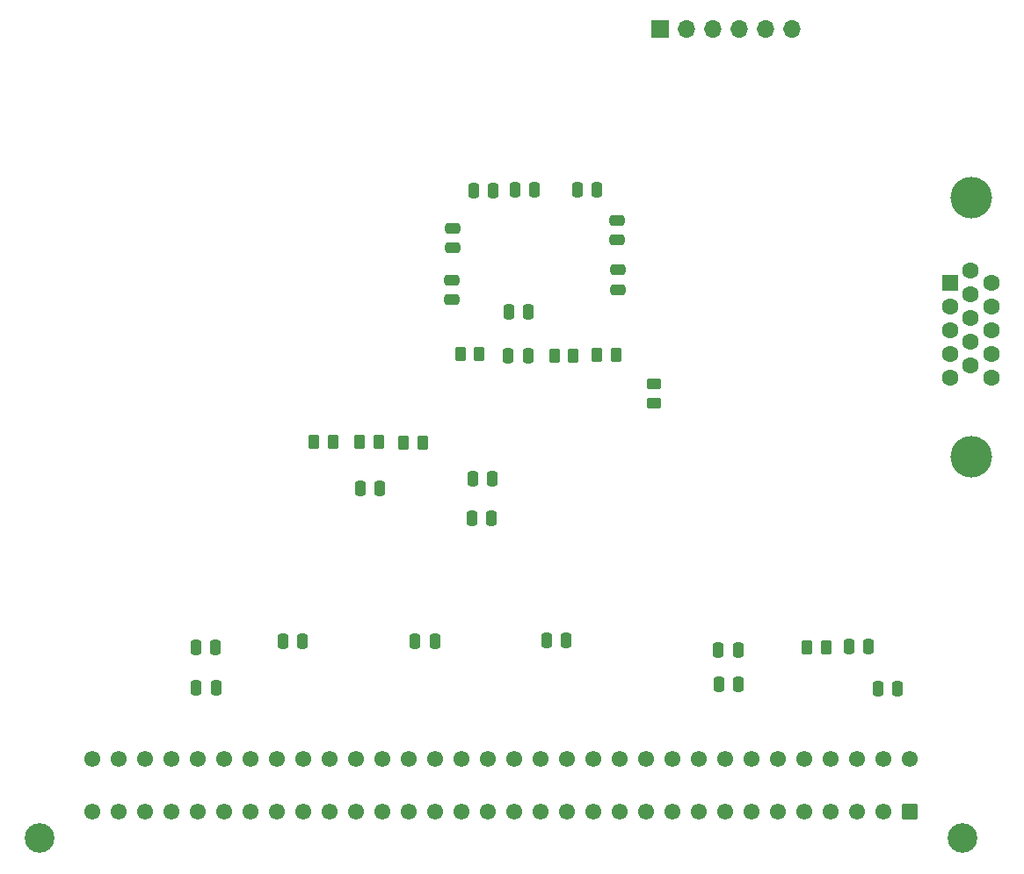
<source format=gbs>
G04 #@! TF.GenerationSoftware,KiCad,Pcbnew,8.0.5*
G04 #@! TF.CreationDate,2024-10-19T15:21:04+01:00*
G04 #@! TF.ProjectId,GfxVGA,47667856-4741-42e6-9b69-6361645f7063,rev?*
G04 #@! TF.SameCoordinates,Original*
G04 #@! TF.FileFunction,Soldermask,Bot*
G04 #@! TF.FilePolarity,Negative*
%FSLAX46Y46*%
G04 Gerber Fmt 4.6, Leading zero omitted, Abs format (unit mm)*
G04 Created by KiCad (PCBNEW 8.0.5) date 2024-10-19 15:21:04*
%MOMM*%
%LPD*%
G01*
G04 APERTURE LIST*
G04 Aperture macros list*
%AMRoundRect*
0 Rectangle with rounded corners*
0 $1 Rounding radius*
0 $2 $3 $4 $5 $6 $7 $8 $9 X,Y pos of 4 corners*
0 Add a 4 corners polygon primitive as box body*
4,1,4,$2,$3,$4,$5,$6,$7,$8,$9,$2,$3,0*
0 Add four circle primitives for the rounded corners*
1,1,$1+$1,$2,$3*
1,1,$1+$1,$4,$5*
1,1,$1+$1,$6,$7*
1,1,$1+$1,$8,$9*
0 Add four rect primitives between the rounded corners*
20,1,$1+$1,$2,$3,$4,$5,0*
20,1,$1+$1,$4,$5,$6,$7,0*
20,1,$1+$1,$6,$7,$8,$9,0*
20,1,$1+$1,$8,$9,$2,$3,0*%
G04 Aperture macros list end*
%ADD10C,2.850000*%
%ADD11RoundRect,0.249999X0.525001X0.525001X-0.525001X0.525001X-0.525001X-0.525001X0.525001X-0.525001X0*%
%ADD12C,1.550000*%
%ADD13C,4.000000*%
%ADD14R,1.600000X1.600000*%
%ADD15C,1.600000*%
%ADD16R,1.700000X1.700000*%
%ADD17O,1.700000X1.700000*%
%ADD18RoundRect,0.250000X-0.250000X-0.475000X0.250000X-0.475000X0.250000X0.475000X-0.250000X0.475000X0*%
%ADD19RoundRect,0.250000X-0.475000X0.250000X-0.475000X-0.250000X0.475000X-0.250000X0.475000X0.250000X0*%
%ADD20RoundRect,0.250000X0.262500X0.450000X-0.262500X0.450000X-0.262500X-0.450000X0.262500X-0.450000X0*%
%ADD21RoundRect,0.250000X0.475000X-0.250000X0.475000X0.250000X-0.475000X0.250000X-0.475000X-0.250000X0*%
%ADD22RoundRect,0.250000X0.250000X0.475000X-0.250000X0.475000X-0.250000X-0.475000X0.250000X-0.475000X0*%
%ADD23RoundRect,0.250000X-0.450000X0.262500X-0.450000X-0.262500X0.450000X-0.262500X0.450000X0.262500X0*%
%ADD24RoundRect,0.250000X-0.262500X-0.450000X0.262500X-0.450000X0.262500X0.450000X-0.262500X0.450000X0*%
G04 APERTURE END LIST*
D10*
X194075000Y-147218400D03*
X105175000Y-147218400D03*
D11*
X188995000Y-144678400D03*
D12*
X186455000Y-144678400D03*
X183915000Y-144678400D03*
X181375000Y-144678400D03*
X178835000Y-144678400D03*
X176295000Y-144678400D03*
X173755000Y-144678400D03*
X171215000Y-144678400D03*
X168675000Y-144678400D03*
X166135000Y-144678400D03*
X163595000Y-144678400D03*
X161055000Y-144678400D03*
X158515000Y-144678400D03*
X155975000Y-144678400D03*
X153435000Y-144678400D03*
X150895000Y-144678400D03*
X148355000Y-144678400D03*
X145815000Y-144678400D03*
X143275000Y-144678400D03*
X140735000Y-144678400D03*
X138195000Y-144678400D03*
X135655000Y-144678400D03*
X133115000Y-144678400D03*
X130575000Y-144678400D03*
X128035000Y-144678400D03*
X125495000Y-144678400D03*
X122955000Y-144678400D03*
X120415000Y-144678400D03*
X117875000Y-144678400D03*
X115335000Y-144678400D03*
X112795000Y-144678400D03*
X110255000Y-144678400D03*
X188995000Y-139598400D03*
X186455000Y-139598400D03*
X183915000Y-139598400D03*
X181375000Y-139598400D03*
X178835000Y-139598400D03*
X176295000Y-139598400D03*
X173755000Y-139598400D03*
X171215000Y-139598400D03*
X168675000Y-139598400D03*
X166135000Y-139598400D03*
X163595000Y-139598400D03*
X161055000Y-139598400D03*
X158515000Y-139598400D03*
X155975000Y-139598400D03*
X153435000Y-139598400D03*
X150895000Y-139598400D03*
X148355000Y-139598400D03*
X145815000Y-139598400D03*
X143275000Y-139598400D03*
X140735000Y-139598400D03*
X138195000Y-139598400D03*
X135655000Y-139598400D03*
X133115000Y-139598400D03*
X130575000Y-139598400D03*
X128035000Y-139598400D03*
X125495000Y-139598400D03*
X122955000Y-139598400D03*
X120415000Y-139598400D03*
X117875000Y-139598400D03*
X115335000Y-139598400D03*
X112795000Y-139598400D03*
X110255000Y-139598400D03*
D13*
X194970400Y-110445600D03*
X194970400Y-85445600D03*
D14*
X192920400Y-93630600D03*
D15*
X192920400Y-95920600D03*
X192920400Y-98210600D03*
X192920400Y-100500600D03*
X192920400Y-102790600D03*
X194900400Y-92485600D03*
X194900400Y-94775600D03*
X194900400Y-97065600D03*
X194900400Y-99355600D03*
X194900400Y-101645600D03*
X196880400Y-93630600D03*
X196880400Y-95920600D03*
X196880400Y-98210600D03*
X196880400Y-100500600D03*
X196880400Y-102790600D03*
D16*
X164998400Y-69240400D03*
D17*
X167538400Y-69240400D03*
X170078400Y-69240400D03*
X172618400Y-69240400D03*
X175158400Y-69240400D03*
X177698400Y-69240400D03*
D18*
X183164400Y-128727200D03*
X185064400Y-128727200D03*
D19*
X160833000Y-87650400D03*
X160833000Y-89550400D03*
D18*
X170611800Y-129057400D03*
X172511800Y-129057400D03*
D20*
X142100000Y-109075000D03*
X140275000Y-109075000D03*
D21*
X160883800Y-94325600D03*
X160883800Y-92425600D03*
D20*
X147574200Y-100553600D03*
X145749200Y-100553600D03*
X137875000Y-109025000D03*
X136050000Y-109025000D03*
D18*
X157023000Y-84704000D03*
X158923000Y-84704000D03*
D22*
X152247800Y-100655200D03*
X150347800Y-100655200D03*
X148895000Y-84754800D03*
X146995000Y-84754800D03*
D18*
X128650000Y-128200000D03*
X130550000Y-128200000D03*
D22*
X138000000Y-113500000D03*
X136100000Y-113500000D03*
D18*
X120243600Y-128828800D03*
X122143600Y-128828800D03*
D23*
X164389000Y-103402200D03*
X164389000Y-105227200D03*
D24*
X158902600Y-100604400D03*
X160727600Y-100604400D03*
D18*
X154025000Y-128125000D03*
X155925000Y-128125000D03*
D24*
X179124600Y-128778000D03*
X180949600Y-128778000D03*
D20*
X133475000Y-108975000D03*
X131650000Y-108975000D03*
D22*
X152908200Y-84704000D03*
X151008200Y-84704000D03*
D19*
X144983400Y-88412400D03*
X144983400Y-90312400D03*
X144932600Y-93390800D03*
X144932600Y-95290800D03*
D18*
X146831800Y-116382000D03*
X148731800Y-116382000D03*
X120294400Y-132740400D03*
X122194400Y-132740400D03*
D22*
X152298600Y-96438800D03*
X150398600Y-96438800D03*
D18*
X170637200Y-132384800D03*
X172537200Y-132384800D03*
X141375000Y-128200000D03*
X143275000Y-128200000D03*
X146933400Y-112572000D03*
X148833400Y-112572000D03*
D24*
X154787800Y-100655200D03*
X156612800Y-100655200D03*
D22*
X187850000Y-132825000D03*
X185950000Y-132825000D03*
M02*

</source>
